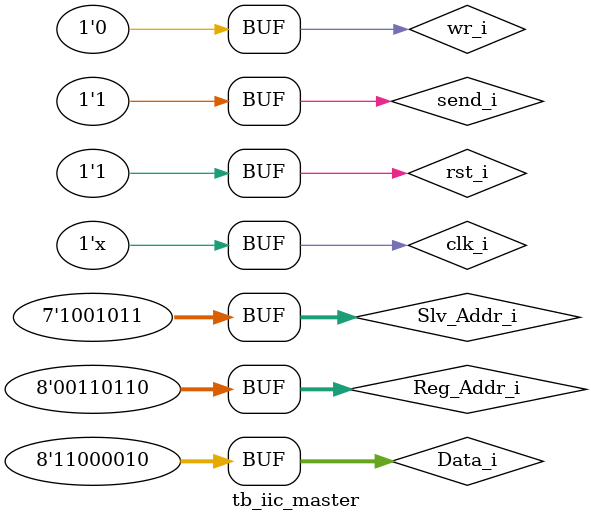
<source format=v>
`timescale 1ns / 1ps
module tb_iic_master;
//inputs
reg clk_i;
reg rst_i;

reg [6:0]Slv_Addr_i;
reg [7:0]Reg_Addr_i;
reg [7:0]Data_i;

reg wr_i;
reg send_i;

//outputs
wire scl;
wire [7:0]IIC_Read_Data;
wire sda;

//时钟激励
initial clk_i=0;
always #10 clk_i=~clk_i;

//复位激励
initial begin
    rst_i=1;
    #20;
    rst_i=0;
    #20;
    rst_i=1;
end

//输入地址和数据
initial begin
    Slv_Addr_i=7'b1001011;
    Reg_Addr_i=8'b00110110;
    Data_i=8'b11000010;
end

//IIC开始
initial begin
    #40;
    send_i=1;//一开始就从
    wr_i=0;
end

iic_master uut(
    .clk_i(clk_i),
    .rst_i(rst_i),

    .Slv_Addr_i(Slv_Addr_i),
    .Reg_Addr_i(Reg_Addr_i),
    .Data_i(Data_i),

    .wr_i(wr_i),
    .send_i(send_i),

    .scl(scl),
    .IIC_Read_Data(IIC_Read_Data),
    .sda(sda)
);
endmodule
</source>
